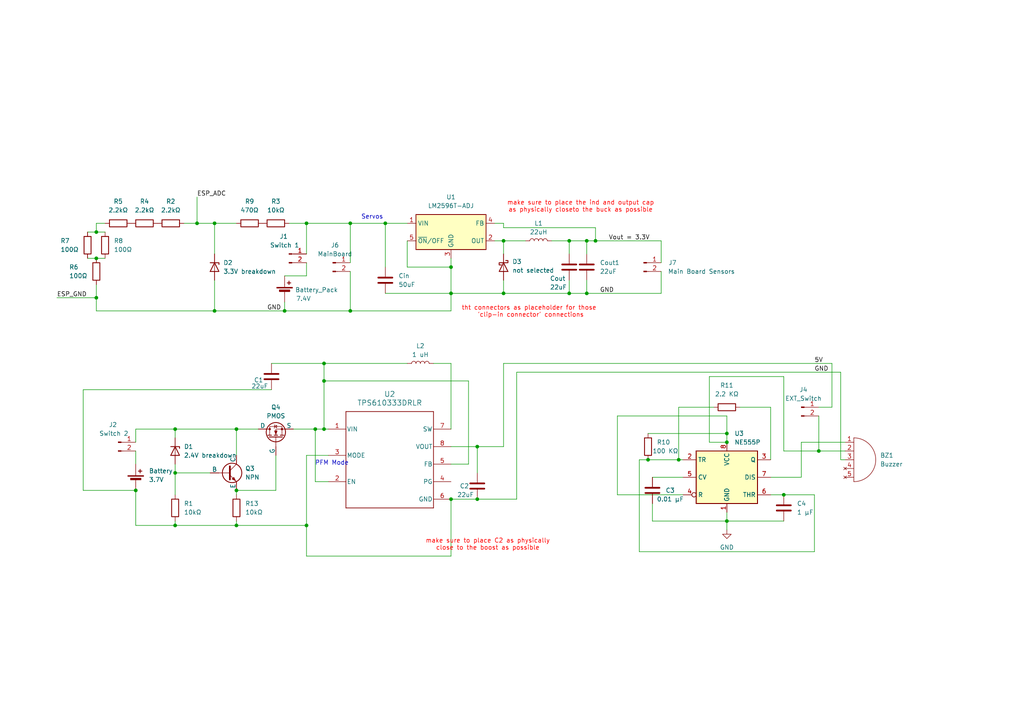
<source format=kicad_sch>
(kicad_sch (version 20231120) (generator "eeschema") (generator_version "8.0")
  (paper "A4")
  (lib_symbols
    (symbol "Connector:Conn_01x02_Pin" (pin_names (offset 1.016) hide)
      (property "Reference" "J" (at 0 2.54 0))
      (property "Value" "Conn_01x02_Pin" (at 0 -5.08 0))
      (symbol "Conn_01x02_Pin_1_1"
        (polyline (pts (xy 1.27 -2.54) (xy 0.8636 -2.54)) (stroke (width 0.1524)))
        (polyline (pts (xy 1.27 0) (xy 0.8636 0)) (stroke (width 0.1524)))
        (rectangle (start 0.8636 -2.413) (end 0 -2.667) (stroke (width 0.1524)) (fill (type outline)))
        (rectangle (start 0.8636 0.127) (end 0 -0.127) (stroke (width 0.1524)) (fill (type outline)))
        (pin passive line (at 5.08 0 180) (length 3.81) (name "Pin_1") (number "1"))
        (pin passive line (at 5.08 -2.54 180) (length 3.81) (name "Pin_2") (number "2"))
      )
    )
    (symbol "Device:Battery_Cell" (pin_numbers hide) (pin_names (offset 0) hide)
      (property "Reference" "BT" (at 2.54 2.54 0))
      (property "Value" "Battery_Cell" (at 2.54 0 0))
      (symbol "Battery_Cell_0_1"
        (rectangle (start -2.286 1.778) (end 2.286 1.524) (fill (type outline)))
        (rectangle (start -1.524 1.016) (end 1.524 0.508) (fill (type outline)))
        (polyline (pts (xy 0 0.762) (xy 0 0)))
        (polyline (pts (xy 0 1.778) (xy 0 2.54)))
        (polyline (pts (xy 0.762 3.048) (xy 1.778 3.048)) (stroke (width 0.254)))
        (polyline (pts (xy 1.27 3.556) (xy 1.27 2.54)) (stroke (width 0.254)))
      )
      (symbol "Battery_Cell_1_1"
        (pin passive line (at 0 5.08 270) (length 2.54) (name "+") (number "1"))
        (pin passive line (at 0 -2.54 90) (length 2.54) (name "-") (number "2"))
      )
    )
    (symbol "Device:Buzzer" (pin_names (offset 0.0254) hide)
      (property "Reference" "BZ1" (at 7.62 -1.27 0))
      (property "Value" "Buzzer" (at 7.62 -3.81 0))
      (symbol "Buzzer_0_1"
        (arc (start 0 -8.89) (mid 6.35 -2.54) (end 0 3.81))
        (polyline (pts (xy 0 3.81) (xy 0 -8.89)))
      )
      (symbol "Buzzer_1_1"
        (pin passive line (at -2.54 2.54 0) (length 2.54) (name "Aux") (number "1"))
        (pin power_in line (at -2.54 0 0) (length 2.54) (name "5V") (number "2"))
        (pin power_in line (at -2.54 -2.54 0) (length 2.54) (name "G") (number "3"))
        (pin no_connect line (at -2.54 -5.08 0) (length 2.54) (name "B") (number "4"))
        (pin no_connect line (at -2.54 -7.62 0) (length 2.54) (name "") (number "5"))
      )
    )
    (symbol "Device:C" (pin_numbers hide) (pin_names (offset 0.254))
      (property "Reference" "C" (at 0.635 2.54 0))
      (property "Value" "C" (at 0.635 -2.54 0))
      (symbol "C_0_1"
        (polyline (pts (xy -2.032 -0.762) (xy 2.032 -0.762)) (stroke (width 0.508)))
        (polyline (pts (xy -2.032 0.762) (xy 2.032 0.762)) (stroke (width 0.508)))
      )
      (symbol "C_1_1"
        (pin passive line (at 0 3.81 270) (length 2.794) (name "~") (number "1"))
        (pin passive line (at 0 -3.81 90) (length 2.794) (name "~") (number "2"))
      )
    )
    (symbol "Device:D_Schottky" (pin_numbers hide) (pin_names (offset 1.016) hide)
      (property "Reference" "D" (at 0 2.54 0))
      (property "Value" "D_Schottky" (at 0 -2.54 0))
      (symbol "D_Schottky_0_1"
        (polyline (pts (xy 1.27 0) (xy -1.27 0)))
        (polyline (pts (xy 1.27 1.27) (xy 1.27 -1.27) (xy -1.27 0) (xy 1.27 1.27)) (stroke (width 0.254)))
        (polyline (pts (xy -1.905 0.635) (xy -1.905 1.27) (xy -1.27 1.27) (xy -1.27 -1.27) (xy -0.635 -1.27) (xy -0.635 -0.635)) (stroke (width 0.254)))
      )
      (symbol "D_Schottky_1_1"
        (pin passive line (at -3.81 0 0) (length 2.54) (name "K") (number "1"))
        (pin passive line (at 3.81 0 180) (length 2.54) (name "A") (number "2"))
      )
    )
    (symbol "Device:L" (pin_numbers hide) (pin_names (offset 1.016) hide)
      (property "Reference" "L" (at -1.27 0 90))
      (property "Value" "L" (at 1.905 0 90))
      (symbol "L_0_1"
        (arc (start 0 -2.54) (mid 0.6323 -1.905) (end 0 -1.27))
        (arc (start 0 -1.27) (mid 0.6323 -0.635) (end 0 0))
        (arc (start 0 0) (mid 0.6323 0.635) (end 0 1.27))
        (arc (start 0 1.27) (mid 0.6323 1.905) (end 0 2.54))
      )
      (symbol "L_1_1"
        (pin passive line (at 0 3.81 270) (length 1.27) (name "1") (number "1"))
        (pin passive line (at 0 -3.81 90) (length 1.27) (name "2") (number "2"))
      )
    )
    (symbol "Device:R" (pin_numbers hide) (pin_names (offset 0))
      (property "Reference" "R" (at 2.032 0 90))
      (property "Value" "R" (at 0 0 90))
      (symbol "R_0_1"
        (rectangle (start -1.016 -2.54) (end 1.016 2.54) (stroke (width 0.254)))
      )
      (symbol "R_1_1"
        (pin passive line (at 0 3.81 270) (length 1.27) (name "~") (number "1"))
        (pin passive line (at 0 -3.81 90) (length 1.27) (name "~") (number "2"))
      )
    )
    (symbol "Diode:1N47xxA" (pin_numbers hide) (pin_names hide)
      (property "Reference" "D" (at 0 2.54 0))
      (property "Value" "1N47xxA" (at 0 -2.54 0))
      (symbol "1N47xxA_0_1"
        (polyline (pts (xy 1.27 0) (xy -1.27 0)))
        (polyline (pts (xy -1.27 -1.27) (xy -1.27 1.27) (xy -0.762 1.27)) (stroke (width 0.254)))
        (polyline (pts (xy 1.27 -1.27) (xy 1.27 1.27) (xy -1.27 0) (xy 1.27 -1.27)) (stroke (width 0.254)))
      )
      (symbol "1N47xxA_1_1"
        (pin passive line (at -3.81 0 0) (length 2.54) (name "K") (number "1"))
        (pin passive line (at 3.81 0 180) (length 2.54) (name "A") (number "2"))
      )
    )
    (symbol "Project_Library:TPS610333DRLR" (pin_names (offset 0.254))
      (property "Reference" "U" (at 0 2.54 0))
      (property "Value" "TPS610333DRLR" (at 0 0 0))
      (symbol "TPS610333DRLR_0_1"
        (polyline (pts (xy 5.08 -22.86) (xy 30.48 -22.86)) (stroke (width 0.2032)))
        (polyline (pts (xy 5.08 5.08) (xy 5.08 -22.86)) (stroke (width 0.2032)))
        (polyline (pts (xy 30.48 -22.86) (xy 30.48 5.08)) (stroke (width 0.2032)))
        (polyline (pts (xy 30.48 5.08) (xy 5.08 5.08)) (stroke (width 0.2032)))
        (pin power_in line (at 0 0 0) (length 5.08) (name "VIN") (number "1"))
        (pin input line (at 0 -15.24 0) (length 5.08) (name "EN") (number "2"))
        (pin input line (at 0 -7.62 0) (length 5.08) (name "MODE") (number "3"))
        (pin open_collector line (at 35.56 -15.24 180) (length 5.08) (name "PG") (number "4"))
        (pin unspecified line (at 35.56 -10.16 180) (length 5.08) (name "FB") (number "5"))
        (pin power_in line (at 35.56 -20.32 180) (length 5.08) (name "GND") (number "6"))
        (pin power_in line (at 35.56 0 180) (length 5.08) (name "SW") (number "7"))
        (pin power_in line (at 35.56 -5.08 180) (length 5.08) (name "VOUT") (number "8"))
      )
    )
    (symbol "Regulator_Switching:LM2596T-ADJ"
      (property "Reference" "U" (at -10.16 6.35 0))
      (property "Value" "LM2596T-ADJ" (at 0 6.35 0))
      (symbol "LM2596T-ADJ_0_1"
        (rectangle (start -10.16 5.08) (end 10.16 -5.08) (stroke (width 0.254)) (fill (type background)))
      )
      (symbol "LM2596T-ADJ_1_1"
        (pin power_in line (at -12.7 2.54 0) (length 2.54) (name "VIN") (number "1"))
        (pin output line (at 12.7 -2.54 180) (length 2.54) (name "OUT") (number "2"))
        (pin power_in line (at 0 -7.62 90) (length 2.54) (name "GND") (number "3"))
        (pin input line (at 12.7 2.54 180) (length 2.54) (name "FB") (number "4"))
        (pin input line (at -12.7 -2.54 0) (length 2.54) (name "~{ON}/OFF") (number "5"))
      )
    )
    (symbol "Simulation_SPICE:NMOS" (pin_numbers hide) (pin_names (offset 0))
      (property "Reference" "Q" (at 5.08 1.27 0))
      (property "Value" "NMOS" (at 5.08 -1.27 0))
      (symbol "NMOS_0_1"
        (polyline (pts (xy 0.254 0) (xy -2.54 0)))
        (polyline (pts (xy 0.254 1.905) (xy 0.254 -1.905)) (stroke (width 0.254)))
        (polyline (pts (xy 0.762 -1.27) (xy 0.762 -2.286)) (stroke (width 0.254)))
        (polyline (pts (xy 0.762 0.508) (xy 0.762 -0.508)) (stroke (width 0.254)))
        (polyline (pts (xy 0.762 2.286) (xy 0.762 1.27)) (stroke (width 0.254)))
        (polyline (pts (xy 2.54 2.54) (xy 2.54 1.778)))
        (polyline (pts (xy 2.54 -2.54) (xy 2.54 0) (xy 0.762 0)))
        (polyline (pts (xy 0.762 -1.778) (xy 3.302 -1.778) (xy 3.302 1.778) (xy 0.762 1.778)))
        (polyline (pts (xy 1.016 0) (xy 2.032 0.381) (xy 2.032 -0.381) (xy 1.016 0)) (fill (type outline)))
        (polyline (pts (xy 2.794 0.508) (xy 2.921 0.381) (xy 3.683 0.381) (xy 3.81 0.254)))
        (polyline (pts (xy 3.302 0.381) (xy 2.921 -0.254) (xy 3.683 -0.254) (xy 3.302 0.381)))
        (circle (center 1.651 0) (radius 2.794) (stroke (width 0.254)))
        (circle (center 2.54 -1.778) (radius 0.254) (fill (type outline)))
        (circle (center 2.54 1.778) (radius 0.254) (fill (type outline)))
      )
      (symbol "NMOS_1_1"
        (pin passive line (at 2.54 5.08 270) (length 2.54) (name "D") (number "1"))
        (pin input line (at -5.08 0 0) (length 2.54) (name "G") (number "2"))
        (pin passive line (at 2.54 -5.08 90) (length 2.54) (name "S") (number "3"))
      )
    )
    (symbol "Simulation_SPICE:NPN" (pin_numbers hide) (pin_names (offset 0))
      (property "Reference" "Q" (at -2.54 7.62 0))
      (property "Value" "NPN" (at -2.54 5.08 0))
      (symbol "NPN_0_1"
        (polyline (pts (xy -2.54 0) (xy 0.635 0)) (stroke (width 0.1524)))
        (polyline (pts (xy 0.635 0.635) (xy 2.54 2.54)))
        (polyline (pts (xy 2.794 -1.27) (xy 2.794 -1.27)) (stroke (width 0.1524)))
        (polyline (pts (xy 2.794 -1.27) (xy 2.794 -1.27)) (stroke (width 0.1524)))
        (polyline (pts (xy 0.635 -0.635) (xy 2.54 -2.54) (xy 2.54 -2.54)))
        (polyline (pts (xy 0.635 1.905) (xy 0.635 -1.905) (xy 0.635 -1.905)) (stroke (width 0.508)))
        (polyline (pts (xy 1.27 -1.778) (xy 1.778 -1.27) (xy 2.286 -2.286) (xy 1.27 -1.778) (xy 1.27 -1.778)) (fill (type outline)))
        (circle (center 1.27 0) (radius 2.8194) (stroke (width 0.254)))
      )
      (symbol "NPN_1_1"
        (pin open_collector line (at 2.54 5.08 270) (length 2.54) (name "C") (number "1"))
        (pin input line (at -5.08 0 0) (length 2.54) (name "B") (number "2"))
        (pin open_emitter line (at 2.54 -5.08 90) (length 2.54) (name "E") (number "3"))
      )
    )
    (symbol "Timer:NE555P"
      (property "Reference" "U" (at -10.16 8.89 0))
      (property "Value" "NE555P" (at 2.54 8.89 0))
      (symbol "NE555P_0_0"
        (pin power_in line (at 0 -10.16 90) (length 2.54) (name "GND") (number "1"))
        (pin power_in line (at 0 10.16 270) (length 2.54) (name "VCC") (number "8"))
      )
      (symbol "NE555P_0_1"
        (rectangle (start -8.89 -7.62) (end 8.89 7.62) (stroke (width 0.254)) (fill (type background)))
        (rectangle (start -8.89 -7.62) (end 8.89 7.62) (stroke (width 0.254)) (fill (type background)))
      )
      (symbol "NE555P_1_1"
        (pin input line (at -12.7 5.08 0) (length 3.81) (name "TR") (number "2"))
        (pin output line (at 12.7 5.08 180) (length 3.81) (name "Q") (number "3"))
        (pin input inverted (at -12.7 -5.08 0) (length 3.81) (name "R") (number "4"))
        (pin input line (at -12.7 0 0) (length 3.81) (name "CV") (number "5"))
        (pin input line (at 12.7 -5.08 180) (length 3.81) (name "THR") (number "6"))
        (pin input line (at 12.7 0 180) (length 3.81) (name "DIS") (number "7"))
      )
    )
    (symbol "power:GND" (power) (pin_names (offset 0))
      (property "Value" "GND" (at 0 -3.81 0))
      (symbol "GND_0_1"
        (polyline (pts (xy 0 0) (xy 0 -1.27) (xy 1.27 -1.27) (xy 0 -2.54) (xy -1.27 -1.27) (xy 0 -1.27)))
      )
      (symbol "GND_1_1"
        (pin power_in line (at 0 0 270) (length 0) hide (name "GND") (number "1"))
      )
    )
  )
  (junction (at 68.58 142.24))
  (junction (at 93.98 110.49))
  (junction (at 165.1 85.09))
  (junction (at 101.6 64.77))
  (junction (at 50.8 152.4))
  (junction (at 210.82 151.13))
  (junction (at 68.58 152.4))
  (junction (at 170.18 85.09))
  (junction (at 50.8 137.16))
  (junction (at 88.9 64.77))
  (junction (at 82.55 90.17))
  (junction (at 68.58 124.46))
  (junction (at 210.82 125.73))
  (junction (at 93.98 105.41))
  (junction (at 62.23 90.17))
  (junction (at 101.6 90.17))
  (junction (at 88.9 152.4))
  (junction (at 27.94 67.31))
  (junction (at 111.76 64.77))
  (junction (at 27.94 74.93))
  (junction (at 57.15 64.77))
  (junction (at 39.37 142.24))
  (junction (at 227.33 143.51))
  (junction (at 138.43 144.78))
  (junction (at 130.81 85.09))
  (junction (at 138.43 129.54))
  (junction (at 172.72 69.85))
  (junction (at 130.81 144.78))
  (junction (at 187.96 133.35))
  (junction (at 210.82 128.27))
  (junction (at 237.49 130.81))
  (junction (at 27.94 86.36))
  (junction (at 146.05 85.09))
  (junction (at 170.18 69.85))
  (junction (at 62.23 64.77))
  (junction (at 196.85 133.35))
  (junction (at 165.1 69.85))
  (junction (at 130.81 77.47))
  (junction (at 146.05 69.85))
  (junction (at 50.8 124.46))
  (junction (at 91.44 124.46))
  (junction (at 93.98 124.46))
  (wire (pts (xy 165.1 85.09) (xy 170.18 85.09)))
  (wire (pts (xy 205.74 128.27) (xy 205.74 109.22)))
  (wire (pts (xy 210.82 120.65) (xy 179.07 120.65)))
  (wire (pts (xy 68.58 151.13) (xy 68.58 152.4)))
  (wire (pts (xy 198.12 138.43) (xy 189.23 138.43)))
  (wire (pts (xy 146.05 66.04) (xy 172.72 66.04)))
  (wire (pts (xy 241.3 118.11) (xy 241.3 105.41)))
  (wire (pts (xy 245.11 128.27) (xy 232.41 128.27)))
  (wire (pts (xy 187.96 133.35) (xy 196.85 133.35)))
  (wire (pts (xy 39.37 152.4) (xy 50.8 152.4)))
  (wire (pts (xy 210.82 125.73) (xy 210.82 128.27)))
  (wire (pts (xy 170.18 69.85) (xy 170.18 73.66)))
  (wire (pts (xy 210.82 151.13) (xy 210.82 153.67)))
  (wire (pts (xy 196.85 133.35) (xy 196.85 118.11)))
  (wire (pts (xy 210.82 125.73) (xy 210.82 120.65)))
  (wire (pts (xy 125.73 105.41) (xy 130.81 105.41)))
  (wire (pts (xy 146.05 129.54) (xy 146.05 105.41)))
  (wire (pts (xy 152.4 69.85) (xy 146.05 69.85)))
  (wire (pts (xy 243.84 133.35) (xy 245.11 133.35)))
  (wire (pts (xy 50.8 134.62) (xy 50.8 137.16)))
  (wire (pts (xy 101.6 90.17) (xy 101.6 78.74)))
  (wire (pts (xy 57.15 57.15) (xy 57.15 64.77)))
  (wire (pts (xy 93.98 110.49) (xy 135.89 110.49)))
  (wire (pts (xy 27.94 74.93) (xy 30.48 74.93)))
  (wire (pts (xy 68.58 152.4) (xy 88.9 152.4)))
  (wire (pts (xy 196.85 133.35) (xy 198.12 133.35)))
  (wire (pts (xy 82.55 87.63) (xy 82.55 90.17)))
  (wire (pts (xy 27.94 67.31) (xy 30.48 67.31)))
  (wire (pts (xy 88.9 161.29) (xy 130.81 161.29)))
  (wire (pts (xy 88.9 64.77) (xy 101.6 64.77)))
  (wire (pts (xy 101.6 90.17) (xy 130.81 90.17)))
  (wire (pts (xy 16.51 86.36) (xy 27.94 86.36)))
  (wire (pts (xy 53.34 64.77) (xy 57.15 64.77)))
  (wire (pts (xy 187.96 125.73) (xy 210.82 125.73)))
  (wire (pts (xy 214.63 118.11) (xy 223.52 118.11)))
  (wire (pts (xy 62.23 90.17) (xy 82.55 90.17)))
  (wire (pts (xy 191.77 78.74) (xy 191.77 85.09)))
  (wire (pts (xy 25.4 67.31) (xy 27.94 67.31)))
  (wire (pts (xy 50.8 137.16) (xy 50.8 143.51)))
  (wire (pts (xy 236.22 143.51) (xy 227.33 143.51)))
  (wire (pts (xy 24.13 142.24) (xy 39.37 142.24)))
  (wire (pts (xy 172.72 69.85) (xy 191.77 69.85)))
  (wire (pts (xy 170.18 81.28) (xy 170.18 85.09)))
  (wire (pts (xy 196.85 118.11) (xy 207.01 118.11)))
  (wire (pts (xy 165.1 69.85) (xy 165.1 73.66)))
  (wire (pts (xy 146.05 129.54) (xy 138.43 129.54)))
  (wire (pts (xy 101.6 64.77) (xy 101.6 76.2)))
  (wire (pts (xy 93.98 124.46) (xy 95.25 124.46)))
  (wire (pts (xy 165.1 85.09) (xy 146.05 85.09)))
  (wire (pts (xy 165.1 69.85) (xy 170.18 69.85)))
  (wire (pts (xy 179.07 120.65) (xy 179.07 143.51)))
  (wire (pts (xy 130.81 124.46) (xy 130.81 105.41)))
  (wire (pts (xy 50.8 124.46) (xy 68.58 124.46)))
  (wire (pts (xy 130.81 134.62) (xy 135.89 134.62)))
  (wire (pts (xy 232.41 138.43) (xy 223.52 138.43)))
  (wire (pts (xy 135.89 134.62) (xy 135.89 110.49)))
  (wire (pts (xy 68.58 124.46) (xy 74.93 124.46)))
  (wire (pts (xy 82.55 90.17) (xy 101.6 90.17)))
  (wire (pts (xy 210.82 148.59) (xy 210.82 151.13)))
  (wire (pts (xy 85.09 124.46) (xy 91.44 124.46)))
  (wire (pts (xy 130.81 77.47) (xy 130.81 85.09)))
  (wire (pts (xy 118.11 69.85) (xy 118.11 77.47)))
  (wire (pts (xy 95.25 132.08) (xy 88.9 132.08)))
  (wire (pts (xy 210.82 151.13) (xy 227.33 151.13)))
  (wire (pts (xy 62.23 81.28) (xy 62.23 90.17)))
  (wire (pts (xy 50.8 124.46) (xy 50.8 127)))
  (wire (pts (xy 191.77 69.85) (xy 191.77 76.2)))
  (wire (pts (xy 39.37 124.46) (xy 39.37 128.27)))
  (wire (pts (xy 241.3 118.11) (xy 237.49 118.11)))
  (wire (pts (xy 62.23 64.77) (xy 62.23 73.66)))
  (wire (pts (xy 146.05 85.09) (xy 130.81 85.09)))
  (wire (pts (xy 27.94 90.17) (xy 62.23 90.17)))
  (wire (pts (xy 146.05 64.77) (xy 143.51 64.77)))
  (wire (pts (xy 172.72 66.04) (xy 172.72 69.85)))
  (wire (pts (xy 130.81 144.78) (xy 138.43 144.78)))
  (wire (pts (xy 50.8 152.4) (xy 68.58 152.4)))
  (wire (pts (xy 88.9 73.66) (xy 88.9 64.77)))
  (wire (pts (xy 130.81 85.09) (xy 130.81 90.17)))
  (wire (pts (xy 138.43 129.54) (xy 138.43 137.16)))
  (wire (pts (xy 243.84 107.95) (xy 243.84 133.35)))
  (wire (pts (xy 189.23 151.13) (xy 210.82 151.13)))
  (wire (pts (xy 236.22 160.02) (xy 236.22 143.51)))
  (wire (pts (xy 91.44 139.7) (xy 95.25 139.7)))
  (wire (pts (xy 68.58 142.24) (xy 68.58 143.51)))
  (wire (pts (xy 111.76 85.09) (xy 130.81 85.09)))
  (wire (pts (xy 68.58 124.46) (xy 68.58 132.08)))
  (wire (pts (xy 91.44 124.46) (xy 93.98 124.46)))
  (wire (pts (xy 93.98 110.49) (xy 93.98 124.46)))
  (wire (pts (xy 146.05 69.85) (xy 146.05 73.66)))
  (wire (pts (xy 25.4 74.93) (xy 27.94 74.93)))
  (wire (pts (xy 88.9 80.01) (xy 88.9 76.2)))
  (wire (pts (xy 237.49 120.65) (xy 237.49 130.81)))
  (wire (pts (xy 205.74 109.22) (xy 227.33 109.22)))
  (wire (pts (xy 237.49 130.81) (xy 245.11 130.81)))
  (wire (pts (xy 146.05 105.41) (xy 241.3 105.41)))
  (wire (pts (xy 30.48 64.77) (xy 27.94 64.77)))
  (wire (pts (xy 39.37 142.24) (xy 39.37 152.4)))
  (wire (pts (xy 111.76 64.77) (xy 118.11 64.77)))
  (wire (pts (xy 149.86 107.95) (xy 149.86 144.78)))
  (wire (pts (xy 24.13 113.03) (xy 78.74 113.03)))
  (wire (pts (xy 210.82 128.27) (xy 205.74 128.27)))
  (wire (pts (xy 27.94 86.36) (xy 27.94 90.17)))
  (wire (pts (xy 130.81 74.93) (xy 130.81 77.47)))
  (wire (pts (xy 39.37 124.46) (xy 50.8 124.46)))
  (wire (pts (xy 39.37 130.81) (xy 39.37 134.62)))
  (wire (pts (xy 187.96 133.35) (xy 185.42 133.35)))
  (wire (pts (xy 170.18 69.85) (xy 172.72 69.85)))
  (wire (pts (xy 170.18 85.09) (xy 191.77 85.09)))
  (wire (pts (xy 24.13 113.03) (xy 24.13 142.24)))
  (wire (pts (xy 80.01 132.08) (xy 80.01 142.24)))
  (wire (pts (xy 223.52 143.51) (xy 227.33 143.51)))
  (wire (pts (xy 27.94 82.55) (xy 27.94 86.36)))
  (wire (pts (xy 91.44 124.46) (xy 91.44 139.7)))
  (wire (pts (xy 111.76 64.77) (xy 111.76 77.47)))
  (wire (pts (xy 27.94 64.77) (xy 27.94 67.31)))
  (wire (pts (xy 146.05 66.04) (xy 146.05 64.77)))
  (wire (pts (xy 50.8 137.16) (xy 60.96 137.16)))
  (wire (pts (xy 82.55 80.01) (xy 88.9 80.01)))
  (wire (pts (xy 227.33 109.22) (xy 227.33 130.81)))
  (wire (pts (xy 160.02 69.85) (xy 165.1 69.85)))
  (wire (pts (xy 143.51 69.85) (xy 146.05 69.85)))
  (wire (pts (xy 185.42 133.35) (xy 185.42 160.02)))
  (wire (pts (xy 189.23 146.05) (xy 189.23 151.13)))
  (wire (pts (xy 50.8 152.4) (xy 50.8 151.13)))
  (wire (pts (xy 149.86 144.78) (xy 138.43 144.78)))
  (wire (pts (xy 185.42 160.02) (xy 236.22 160.02)))
  (wire (pts (xy 146.05 81.28) (xy 146.05 85.09)))
  (wire (pts (xy 88.9 64.77) (xy 83.82 64.77)))
  (wire (pts (xy 179.07 143.51) (xy 198.12 143.51)))
  (wire (pts (xy 165.1 81.28) (xy 165.1 85.09)))
  (wire (pts (xy 149.86 107.95) (xy 243.84 107.95)))
  (wire (pts (xy 101.6 64.77) (xy 111.76 64.77)))
  (wire (pts (xy 118.11 77.47) (xy 130.81 77.47)))
  (wire (pts (xy 130.81 129.54) (xy 138.43 129.54)))
  (wire (pts (xy 232.41 128.27) (xy 232.41 138.43)))
  (wire (pts (xy 93.98 105.41) (xy 118.11 105.41)))
  (wire (pts (xy 130.81 161.29) (xy 130.81 144.78)))
  (wire (pts (xy 80.01 142.24) (xy 68.58 142.24)))
  (wire (pts (xy 88.9 132.08) (xy 88.9 152.4)))
  (wire (pts (xy 223.52 118.11) (xy 223.52 133.35)))
  (wire (pts (xy 78.74 105.41) (xy 93.98 105.41)))
  (wire (pts (xy 88.9 152.4) (xy 88.9 161.29)))
  (wire (pts (xy 57.15 64.77) (xy 62.23 64.77)))
  (wire (pts (xy 93.98 105.41) (xy 93.98 110.49)))
  (wire (pts (xy 62.23 64.77) (xy 68.58 64.77)))
  (wire (pts (xy 227.33 130.81) (xy 237.49 130.81)))
  (text "make sure to place the ind and output cap\nas physically closeto the buck as possible" (at 168.402 59.944 0) (effects (font (size 1.27 1.27))))
  (text "Servos" (at 107.95 62.992 0) (effects (font (size 1.27 1.27))))
  (text "PFM Mode" (at 96.266 134.366 0) (effects (font (size 1.27 1.27))))
  (text "tht connectors as placeholder for those \n'clip-in connector' connections" (at 153.924 90.424 0) (effects (font (size 1.27 1.27))))
  (text "make sure to place C2 as physically\nclose to the boost as possible" (at 141.478 157.988 0) (effects (font (size 1.27 1.27))))
  (label "5V" (at 236.22 105.41 0))
  (label "ESP_GND" (at 16.51 86.36 0))
  (label "GND" (at 77.47 90.17 0))
  (label "ESP_ADC" (at 57.15 57.15 0))
  (label "Vout = 3.3V" (at 176.53 69.85 0))
  (label "GND" (at 173.99 85.09 0))
  (label "GND" (at 236.22 107.95 0))
  (symbol (lib_id "Device:C") (at 78.74 109.22 0) (unit 1)
    (property "Reference" "C1" (at 73.66 110.236 0) (effects (justify left)))
    (property "Value" "22uF" (at 72.898 112.014 0) (effects (justify left)))
    (property "Datasheet" "https://mm.digikey.com/Volume0/opasdata/d220001/medias/docus/339/CL21A226MAYNNNE_Spec.pdf" (effects (hide yes)))
    (property "Description" "Unpolarized capacitor" (effects (hide yes)))
  )
  (symbol (lib_id "Device:R") (at 68.58 147.32 0) (unit 1)
    (property "Reference" "R13" (at 71.12 146.0499 0) (effects (justify left)))
    (property "Value" "10kΩ" (at 71.12 148.5899 0) (effects (justify left)))
    (property "Description" "Resistor" (effects (hide yes)))
  )
  (symbol (lib_id "Device:C") (at 165.1 77.47 0) (unit 1)
    (property "Reference" "Cout" (at 159.512 80.772 0) (effects (justify left)))
    (property "Value" "22uF" (at 159.512 83.312 0) (effects (justify left)))
    (property "Datasheet" "https://mm.digikey.com/Volume0/opasdata/d220001/medias/docus/339/CL21A226MAYNNNE_Spec.pdf" (effects (hide yes)))
    (property "Description" "Unpolarized capacitor" (effects (hide yes)))
  )
  (symbol (lib_id "Device:L") (at 121.92 105.41 90) (unit 1)
    (property "Reference" "L2" (at 121.92 100.33 90))
    (property "Value" "1 uH" (at 121.92 102.87 90))
    (property "Datasheet" "https://www.we-online.com/components/products/datasheet/74404043010A.pdf" (effects (hide yes)))
    (property "Description" "Inductor (74404043010A)" (effects (hide yes)))
  )
  (symbol (lib_id "Connector:Conn_01x02_Pin") (at 232.41 118.11 0) (unit 1)
    (property "Reference" "J4" (at 233.045 113.03 0))
    (property "Value" "EXT_Switch" (at 233.045 115.57 0))
    (property "Footprint" "mylibrary:External_Connection_2pin" (effects (hide yes)))
    (property "Description" "Generic connector, single row, 01x02, script generated" (effects (hide yes)))
  )
  (symbol (lib_id "Device:Battery_Cell") (at 82.55 85.09 0) (unit 1)
    (property "Reference" "Battery_Pack" (at 85.598 84.074 0) (effects (justify left)))
    (property "Value" "7.4V" (at 85.852 86.614 0) (effects (justify left)))
    (property "Description" "Single-cell battery" (effects (hide yes)))
  )
  (symbol (lib_id "Device:D_Schottky") (at 146.05 77.47 270) (unit 1)
    (property "Reference" "D3" (at 148.59 75.8824 90) (effects (justify left)))
    (property "Value" "not selected" (at 148.59 78.4224 90) (effects (justify left)))
    (property "Description" "Schottky diode" (effects (hide yes)))
  )
  (symbol (lib_id "Device:R") (at 41.91 64.77 90) (unit 1)
    (property "Reference" "R4" (at 41.91 58.42 90))
    (property "Value" "2.2kΩ" (at 41.91 60.96 90))
    (property "Description" "Resistor" (effects (hide yes)))
  )
  (symbol (lib_id "Device:C") (at 189.23 142.24 0) (unit 1)
    (property "Reference" "C3" (at 193.04 142.24 0) (effects (justify left)))
    (property "Value" "0.01 μF" (at 190.5 144.78 0) (effects (justify left)))
    (property "Footprint" "Capacitor_THT:CP_Axial_L11.0mm_D5.0mm_P18.00mm_Horizontal" (effects (hide yes)))
  )
  (symbol (lib_id "Device:R") (at 25.4 71.12 0) (unit 1)
    (property "Reference" "R7" (at 17.526 69.85 0) (effects (justify left)))
    (property "Value" "100Ω" (at 17.526 72.39 0) (effects (justify left)))
    (property "Description" "Resistor" (effects (hide yes)))
  )
  (symbol (lib_id "Device:Battery_Cell") (at 39.37 139.7 0) (unit 1)
    (property "Reference" "Battery" (at 43.18 136.5884 0) (effects (justify left)))
    (property "Value" "3.7V" (at 43.18 139.1284 0) (effects (justify left)))
    (property "Description" "Single-cell battery" (effects (hide yes)))
  )
  (symbol (lib_id "Device:R") (at 50.8 147.32 0) (unit 1)
    (property "Reference" "R1" (at 53.34 146.0499 0) (effects (justify left)))
    (property "Value" "10kΩ" (at 53.34 148.5899 0) (effects (justify left)))
    (property "Description" "Resistor" (effects (hide yes)))
  )
  (symbol (lib_id "Connector:Conn_01x02_Pin") (at 96.52 76.2 0) (unit 1)
    (property "Reference" "J6" (at 97.155 71.12 0))
    (property "Value" "MainBoard" (at 97.155 73.66 0))
    (property "Description" "Generic connector, single row, 01x02, script generated" (effects (hide yes)))
  )
  (symbol (lib_id "Device:R") (at 187.96 129.54 0) (unit 1)
    (property "Reference" "R10" (at 190.5 128.27 0) (effects (justify left)))
    (property "Value" "100 KΩ" (at 189.23 130.81 0) (effects (justify left)))
    (property "Footprint" "Resistor_THT:R_Axial_DIN0207_L6.3mm_D2.5mm_P10.16mm_Horizontal" (effects (hide yes)))
  )
  (symbol (lib_id "Diode:1N47xxA") (at 50.8 130.81 270) (unit 1)
    (property "Reference" "D1" (at 53.34 129.5399 90) (effects (justify left)))
    (property "Value" "2.4V breakdown" (at 53.34 132.0799 90) (effects (justify left)))
    (property "Footprint" "Diode_THT:D_DO-41_SOD81_P10.16mm_Horizontal" (effects (hide yes)))
    (property "Datasheet" "https://www.vishay.com/docs/85816/1n4728a.pdf" (effects (hide yes)))
    (property "Description" "1300mW Silicon planar power Zener diodes, DO-41" (effects (hide yes)))
  )
  (symbol (lib_id "Device:Buzzer") (at 247.65 130.81 0) (unit 1)
    (property "Reference" "BZ1" (at 255.27 132.08 0) (effects (justify left)))
    (property "Value" "Buzzer" (at 255.27 134.62 0) (effects (justify left)))
    (property "Footprint" "mylibrary:Buzzer_Connection" (effects (hide yes)))
    (property "Description" "Buzzer, polarized" (effects (hide yes)))
  )
  (symbol (lib_id "Device:C") (at 138.43 140.97 0) (unit 1)
    (property "Reference" "C2" (at 133.35 140.97 0) (effects (justify left)))
    (property "Value" "22uF" (at 132.588 143.51 0) (effects (justify left)))
    (property "Datasheet" "https://mm.digikey.com/Volume0/opasdata/d220001/medias/docus/339/CL21A226MAYNNNE_Spec.pdf" (effects (hide yes)))
    (property "Description" "Unpolarized capacitor" (effects (hide yes)))
  )
  (symbol (lib_id "Diode:1N47xxA") (at 62.23 77.47 270) (unit 1)
    (property "Reference" "D2" (at 64.77 76.1999 90) (effects (justify left)))
    (property "Value" "3.3V breakdown" (at 64.77 78.7399 90) (effects (justify left)))
    (property "Footprint" "Diode_THT:D_DO-41_SOD81_P10.16mm_Horizontal" (effects (hide yes)))
    (property "Datasheet" "https://www.vishay.com/docs/85816/1n4728a.pdf" (effects (hide yes)))
    (property "Description" "1300mW Silicon planar power Zener diodes, DO-41" (effects (hide yes)))
  )
  (symbol (lib_id "Device:C") (at 170.18 77.47 0) (unit 1)
    (property "Reference" "Cout1" (at 173.99 76.1999 0) (effects (justify left)))
    (property "Value" "22uF" (at 173.99 78.7399 0) (effects (justify left)))
    (property "Datasheet" "https://mm.digikey.com/Volume0/opasdata/d220001/medias/docus/339/CL21A226MAYNNNE_Spec.pdf" (effects (hide yes)))
    (property "Description" "Unpolarized capacitor" (effects (hide yes)))
  )
  (symbol (lib_id "Simulation_SPICE:NPN") (at 66.04 137.16 0) (unit 1)
    (property "Reference" "Q3" (at 71.12 135.8899 0) (effects (justify left)))
    (property "Value" "NPN" (at 71.12 138.4299 0) (effects (justify left)))
    (property "Datasheet" "https://ngspice.sourceforge.io/docs/ngspice-html-manual/manual.xhtml#cha_BJTs" (effects (hide yes)))
    (property "Description" "Bipolar transistor symbol for simulation only, substrate tied to the emitter" (effects (hide yes)))
    (property "Sim.Device" "NPN" (effects (hide yes)))
    (property "Sim.Type" "GUMMELPOON" (effects (hide yes)))
    (property "Sim.Pins" "1=C 2=B 3=E" (effects (hide yes)))
  )
  (symbol (lib_id "Connector:Conn_01x02_Pin") (at 186.69 76.2 0) (unit 1)
    (property "Reference" "J7" (at 195.072 76.2 0))
    (property "Value" "Main Board Sensors" (at 203.454 78.74 0))
    (property "Description" "Generic connector, single row, 01x02, script generated" (effects (hide yes)))
  )
  (symbol (lib_id "Device:R") (at 27.94 78.74 0) (unit 1)
    (property "Reference" "R6" (at 20.066 77.47 0) (effects (justify left)))
    (property "Value" "100Ω" (at 20.066 80.01 0) (effects (justify left)))
    (property "Description" "Resistor" (effects (hide yes)))
  )
  (symbol (lib_id "Device:R") (at 34.29 64.77 90) (unit 1)
    (property "Reference" "R5" (at 34.29 58.42 90))
    (property "Value" "2.2kΩ" (at 34.29 60.96 90))
    (property "Description" "Resistor" (effects (hide yes)))
  )
  (symbol (lib_id "Device:R") (at 210.82 118.11 90) (unit 1)
    (property "Reference" "R11" (at 210.82 111.76 90))
    (property "Value" "2.2 KΩ" (at 210.82 114.3 90))
    (property "Footprint" "Resistor_THT:R_Axial_DIN0207_L6.3mm_D2.5mm_P10.16mm_Horizontal" (effects (hide yes)))
  )
  (symbol (lib_id "Regulator_Switching:LM2596T-ADJ") (at 130.81 67.31 0) (unit 1)
    (property "Reference" "U1" (at 130.81 57.15 0))
    (property "Value" "LM2596T-ADJ" (at 130.81 59.69 0))
    (property "Footprint" "Package_TO_SOT_THT:TO-220-5_P3.4x3.7mm_StaggerOdd_Lead3.8mm_Vertical" (effects (hide yes)))
    (property "Datasheet" "http://www.ti.com/lit/ds/symlink/lm2596.pdf" (effects (hide yes)))
    (property "Description" "Adjustable 3A 150kHz Step-Down Voltage Regulator, TO-220" (effects (hide yes)))
  )
  (symbol (lib_id "power:GND") (at 210.82 153.67 0) (unit 1)
    (property "Reference" "#PWR01" (effects (hide yes)))
    (property "Value" "GND" (at 210.82 158.75 0))
  )
  (symbol (lib_id "Device:R") (at 72.39 64.77 90) (unit 1)
    (property "Reference" "R9" (at 72.39 58.42 90))
    (property "Value" "470Ω" (at 72.39 60.96 90))
    (property "Description" "Resistor" (effects (hide yes)))
  )
  (symbol (lib_id "Device:R") (at 80.01 64.77 90) (unit 1)
    (property "Reference" "R3" (at 80.01 58.42 90))
    (property "Value" "10kΩ" (at 80.01 60.96 90))
    (property "Description" "Resistor" (effects (hide yes)))
  )
  (symbol (lib_id "Simulation_SPICE:NMOS") (at 80.01 127 90) (unit 1)
    (property "Reference" "Q4" (at 80.01 118.11 90))
    (property "Value" "PMOS" (at 80.01 120.65 90))
    (property "Datasheet" "https://ngspice.sourceforge.io/docs/ngspice-html-manual/manual.xhtml#cha_MOSFETs" (effects (hide yes)))
    (property "Description" "N-MOSFET transistor, drain/source/gate" (effects (hide yes)))
    (property "Sim.Device" "NMOS" (effects (hide yes)))
    (property "Sim.Type" "VDMOS" (effects (hide yes)))
    (property "Sim.Pins" "1=D 2=G 3=S" (effects (hide yes)))
  )
  (symbol (lib_id "Device:C") (at 227.33 147.32 0) (unit 1)
    (property "Reference" "C4" (at 231.14 146.05 0) (effects (justify left)))
    (property "Value" "1 μF" (at 231.14 148.59 0) (effects (justify left)))
    (property "Footprint" "Capacitor_THT:CP_Axial_L10.0mm_D6.0mm_P15.00mm_Horizontal" (effects (hide yes)))
  )
  (symbol (lib_id "Device:L") (at 156.21 69.85 90) (unit 1)
    (property "Reference" "L1" (at 156.21 64.77 90))
    (property "Value" "22uH" (at 156.21 67.31 90))
    (property "Description" "Inductor" (effects (hide yes)))
  )
  (symbol (lib_id "Timer:NE555P") (at 210.82 138.43 0) (unit 1)
    (property "Reference" "U3" (at 213.0141 125.73 0) (effects (justify left)))
    (property "Value" "NE555P" (at 213.0141 128.27 0) (effects (justify left)))
    (property "Footprint" "Package_DIP:DIP-8_W7.62mm" (effects (hide yes)))
    (property "Datasheet" "http://www.ti.com/lit/ds/symlink/ne555.pdf" (effects (hide yes)))
  )
  (symbol (lib_id "Device:R") (at 30.48 71.12 0) (unit 1)
    (property "Reference" "R8" (at 33.02 69.8499 0) (effects (justify left)))
    (property "Value" "100Ω" (at 33.02 72.3899 0) (effects (justify left)))
    (property "Description" "Resistor" (effects (hide yes)))
  )
  (symbol (lib_id "Connector:Conn_01x02_Pin") (at 83.82 73.66 0) (unit 1)
    (property "Reference" "J1" (at 82.296 68.58 0))
    (property "Value" "Switch 1" (at 82.55 71.12 0))
    (property "Description" "Generic connector, single row, 01x02, script generated" (effects (hide yes)))
  )
  (symbol (lib_id "Device:C") (at 111.76 81.28 0) (unit 1)
    (property "Reference" "Cin" (at 115.57 80.0099 0) (effects (justify left)))
    (property "Value" "50uF" (at 115.57 82.5499 0) (effects (justify left)))
    (property "Description" "Unpolarized capacitor" (effects (hide yes)))
  )
  (symbol (lib_id "Project_Library:TPS610333DRLR") (at 95.25 124.46 0) (unit 1)
    (property "Reference" "U2" (at 113.03 114.3 0) (effects (font (size 1.524 1.524))))
    (property "Value" "TPS610333DRLR" (at 113.03 116.84 0) (effects (font (size 1.524 1.524))))
    (property "Footprint" "mylibrary:TPS610333" (effects (hide yes)))
    (property "Datasheet" "TPS610333DRLR" (effects (hide yes)))
  )
  (symbol (lib_id "Device:R") (at 49.53 64.77 90) (unit 1)
    (property "Reference" "R2" (at 49.53 58.42 90))
    (property "Value" "2.2kΩ" (at 49.53 60.96 90))
    (property "Description" "Resistor" (effects (hide yes)))
  )
  (symbol (lib_id "Connector:Conn_01x02_Pin") (at 34.29 128.27 0) (unit 1)
    (property "Reference" "J2" (at 32.766 123.19 0))
    (property "Value" "Switch 2" (at 33.02 125.73 0))
    (property "Description" "Generic connector, single row, 01x02, script generated" (effects (hide yes)))
  )
)
</source>
